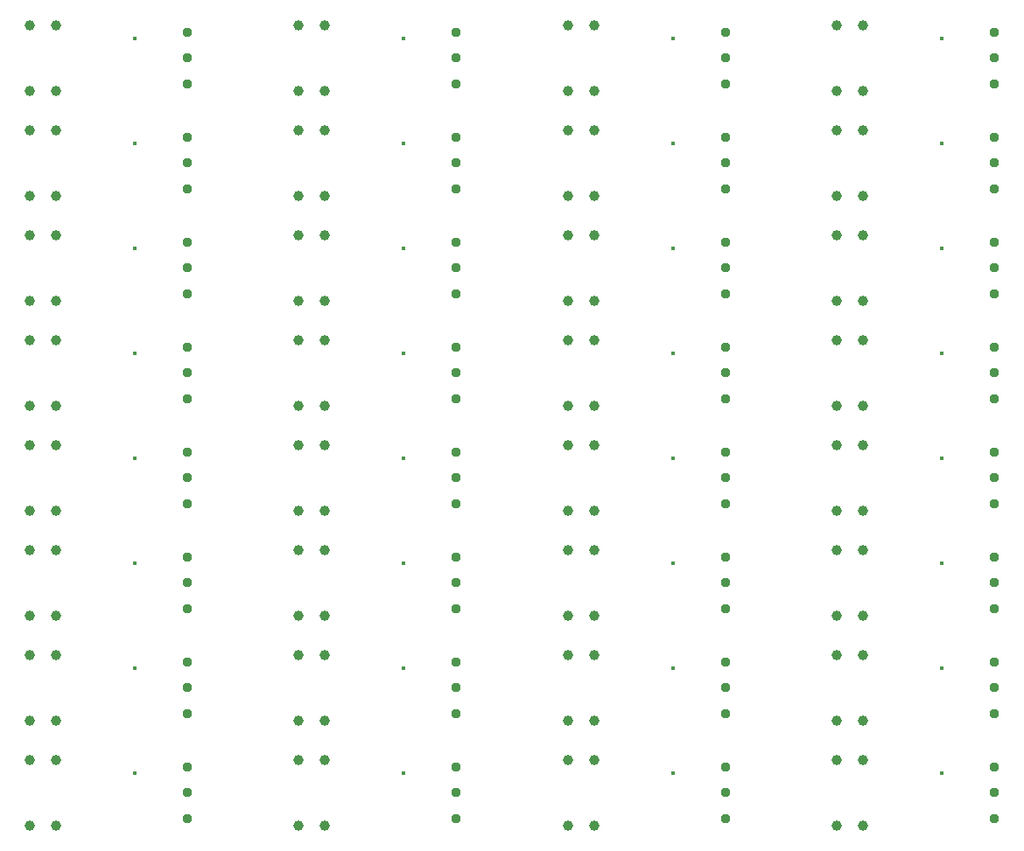
<source format=gbr>
%TF.GenerationSoftware,KiCad,Pcbnew,8.0.8*%
%TF.CreationDate,2025-02-21T18:05:02+11:00*%
%TF.ProjectId,panel,70616e65-6c2e-46b6-9963-61645f706362,rev?*%
%TF.SameCoordinates,Original*%
%TF.FileFunction,Plated,1,2,PTH,Drill*%
%TF.FilePolarity,Positive*%
%FSLAX46Y46*%
G04 Gerber Fmt 4.6, Leading zero omitted, Abs format (unit mm)*
G04 Created by KiCad (PCBNEW 8.0.8) date 2025-02-21 18:05:02*
%MOMM*%
%LPD*%
G01*
G04 APERTURE LIST*
%TA.AperFunction,ViaDrill*%
%ADD10C,0.400000*%
%TD*%
%TA.AperFunction,ComponentDrill*%
%ADD11C,0.950000*%
%TD*%
%TA.AperFunction,ComponentDrill*%
%ADD12C,1.000000*%
%TD*%
G04 APERTURE END LIST*
D10*
X115480000Y-30199500D03*
X115480000Y-40359500D03*
X115480000Y-50519500D03*
X115480000Y-60679500D03*
X115480000Y-70839500D03*
X115480000Y-80999500D03*
X115480000Y-91159500D03*
X115480000Y-101319500D03*
X141515000Y-30199500D03*
X141515000Y-40359500D03*
X141515000Y-50519500D03*
X141515000Y-60679500D03*
X141515000Y-70839500D03*
X141515000Y-80999500D03*
X141515000Y-91159500D03*
X141515000Y-101319500D03*
X167550000Y-30199500D03*
X167550000Y-40359500D03*
X167550000Y-50519500D03*
X167550000Y-60679500D03*
X167550000Y-70839500D03*
X167550000Y-80999500D03*
X167550000Y-91159500D03*
X167550000Y-101319500D03*
X193585000Y-30199500D03*
X193585000Y-40359500D03*
X193585000Y-50519500D03*
X193585000Y-60679500D03*
X193585000Y-70839500D03*
X193585000Y-80999500D03*
X193585000Y-91159500D03*
X193585000Y-101319500D03*
D11*
%TO.C,J3*%
X120560000Y-29579500D03*
X120560000Y-32079500D03*
X120560000Y-34579500D03*
X120560000Y-39739500D03*
X120560000Y-42239500D03*
X120560000Y-44739500D03*
X120560000Y-49899500D03*
X120560000Y-52399500D03*
X120560000Y-54899500D03*
X120560000Y-60059500D03*
X120560000Y-62559500D03*
X120560000Y-65059500D03*
X120560000Y-70219500D03*
X120560000Y-72719500D03*
X120560000Y-75219500D03*
X120560000Y-80379500D03*
X120560000Y-82879500D03*
X120560000Y-85379500D03*
X120560000Y-90539500D03*
X120560000Y-93039500D03*
X120560000Y-95539500D03*
X120560000Y-100699500D03*
X120560000Y-103199500D03*
X120560000Y-105699500D03*
X146595000Y-29579500D03*
X146595000Y-32079500D03*
X146595000Y-34579500D03*
X146595000Y-39739500D03*
X146595000Y-42239500D03*
X146595000Y-44739500D03*
X146595000Y-49899500D03*
X146595000Y-52399500D03*
X146595000Y-54899500D03*
X146595000Y-60059500D03*
X146595000Y-62559500D03*
X146595000Y-65059500D03*
X146595000Y-70219500D03*
X146595000Y-72719500D03*
X146595000Y-75219500D03*
X146595000Y-80379500D03*
X146595000Y-82879500D03*
X146595000Y-85379500D03*
X146595000Y-90539500D03*
X146595000Y-93039500D03*
X146595000Y-95539500D03*
X146595000Y-100699500D03*
X146595000Y-103199500D03*
X146595000Y-105699500D03*
X172630000Y-29579500D03*
X172630000Y-32079500D03*
X172630000Y-34579500D03*
X172630000Y-39739500D03*
X172630000Y-42239500D03*
X172630000Y-44739500D03*
X172630000Y-49899500D03*
X172630000Y-52399500D03*
X172630000Y-54899500D03*
X172630000Y-60059500D03*
X172630000Y-62559500D03*
X172630000Y-65059500D03*
X172630000Y-70219500D03*
X172630000Y-72719500D03*
X172630000Y-75219500D03*
X172630000Y-80379500D03*
X172630000Y-82879500D03*
X172630000Y-85379500D03*
X172630000Y-90539500D03*
X172630000Y-93039500D03*
X172630000Y-95539500D03*
X172630000Y-100699500D03*
X172630000Y-103199500D03*
X172630000Y-105699500D03*
X198665000Y-29579500D03*
X198665000Y-32079500D03*
X198665000Y-34579500D03*
X198665000Y-39739500D03*
X198665000Y-42239500D03*
X198665000Y-44739500D03*
X198665000Y-49899500D03*
X198665000Y-52399500D03*
X198665000Y-54899500D03*
X198665000Y-60059500D03*
X198665000Y-62559500D03*
X198665000Y-65059500D03*
X198665000Y-70219500D03*
X198665000Y-72719500D03*
X198665000Y-75219500D03*
X198665000Y-80379500D03*
X198665000Y-82879500D03*
X198665000Y-85379500D03*
X198665000Y-90539500D03*
X198665000Y-93039500D03*
X198665000Y-95539500D03*
X198665000Y-100699500D03*
X198665000Y-103199500D03*
X198665000Y-105699500D03*
D12*
%TO.C,J8*%
X105315000Y-28904500D03*
%TO.C,J9*%
X105315000Y-35254500D03*
%TO.C,J8*%
X105315000Y-39064500D03*
%TO.C,J9*%
X105315000Y-45414500D03*
%TO.C,J8*%
X105315000Y-49224500D03*
%TO.C,J9*%
X105315000Y-55574500D03*
%TO.C,J8*%
X105315000Y-59384500D03*
%TO.C,J9*%
X105315000Y-65734500D03*
%TO.C,J8*%
X105315000Y-69544500D03*
%TO.C,J9*%
X105315000Y-75894500D03*
%TO.C,J8*%
X105315000Y-79704500D03*
%TO.C,J9*%
X105315000Y-86054500D03*
%TO.C,J8*%
X105315000Y-89864500D03*
%TO.C,J9*%
X105315000Y-96214500D03*
%TO.C,J8*%
X105315000Y-100024500D03*
%TO.C,J9*%
X105315000Y-106374500D03*
%TO.C,J8*%
X107855000Y-28904500D03*
%TO.C,J9*%
X107855000Y-35254500D03*
%TO.C,J8*%
X107855000Y-39064500D03*
%TO.C,J9*%
X107855000Y-45414500D03*
%TO.C,J8*%
X107855000Y-49224500D03*
%TO.C,J9*%
X107855000Y-55574500D03*
%TO.C,J8*%
X107855000Y-59384500D03*
%TO.C,J9*%
X107855000Y-65734500D03*
%TO.C,J8*%
X107855000Y-69544500D03*
%TO.C,J9*%
X107855000Y-75894500D03*
%TO.C,J8*%
X107855000Y-79704500D03*
%TO.C,J9*%
X107855000Y-86054500D03*
%TO.C,J8*%
X107855000Y-89864500D03*
%TO.C,J9*%
X107855000Y-96214500D03*
%TO.C,J8*%
X107855000Y-100024500D03*
%TO.C,J9*%
X107855000Y-106374500D03*
%TO.C,J8*%
X131350000Y-28904500D03*
%TO.C,J9*%
X131350000Y-35254500D03*
%TO.C,J8*%
X131350000Y-39064500D03*
%TO.C,J9*%
X131350000Y-45414500D03*
%TO.C,J8*%
X131350000Y-49224500D03*
%TO.C,J9*%
X131350000Y-55574500D03*
%TO.C,J8*%
X131350000Y-59384500D03*
%TO.C,J9*%
X131350000Y-65734500D03*
%TO.C,J8*%
X131350000Y-69544500D03*
%TO.C,J9*%
X131350000Y-75894500D03*
%TO.C,J8*%
X131350000Y-79704500D03*
%TO.C,J9*%
X131350000Y-86054500D03*
%TO.C,J8*%
X131350000Y-89864500D03*
%TO.C,J9*%
X131350000Y-96214500D03*
%TO.C,J8*%
X131350000Y-100024500D03*
%TO.C,J9*%
X131350000Y-106374500D03*
%TO.C,J8*%
X133890000Y-28904500D03*
%TO.C,J9*%
X133890000Y-35254500D03*
%TO.C,J8*%
X133890000Y-39064500D03*
%TO.C,J9*%
X133890000Y-45414500D03*
%TO.C,J8*%
X133890000Y-49224500D03*
%TO.C,J9*%
X133890000Y-55574500D03*
%TO.C,J8*%
X133890000Y-59384500D03*
%TO.C,J9*%
X133890000Y-65734500D03*
%TO.C,J8*%
X133890000Y-69544500D03*
%TO.C,J9*%
X133890000Y-75894500D03*
%TO.C,J8*%
X133890000Y-79704500D03*
%TO.C,J9*%
X133890000Y-86054500D03*
%TO.C,J8*%
X133890000Y-89864500D03*
%TO.C,J9*%
X133890000Y-96214500D03*
%TO.C,J8*%
X133890000Y-100024500D03*
%TO.C,J9*%
X133890000Y-106374500D03*
%TO.C,J8*%
X157385000Y-28904500D03*
%TO.C,J9*%
X157385000Y-35254500D03*
%TO.C,J8*%
X157385000Y-39064500D03*
%TO.C,J9*%
X157385000Y-45414500D03*
%TO.C,J8*%
X157385000Y-49224500D03*
%TO.C,J9*%
X157385000Y-55574500D03*
%TO.C,J8*%
X157385000Y-59384500D03*
%TO.C,J9*%
X157385000Y-65734500D03*
%TO.C,J8*%
X157385000Y-69544500D03*
%TO.C,J9*%
X157385000Y-75894500D03*
%TO.C,J8*%
X157385000Y-79704500D03*
%TO.C,J9*%
X157385000Y-86054500D03*
%TO.C,J8*%
X157385000Y-89864500D03*
%TO.C,J9*%
X157385000Y-96214500D03*
%TO.C,J8*%
X157385000Y-100024500D03*
%TO.C,J9*%
X157385000Y-106374500D03*
%TO.C,J8*%
X159925000Y-28904500D03*
%TO.C,J9*%
X159925000Y-35254500D03*
%TO.C,J8*%
X159925000Y-39064500D03*
%TO.C,J9*%
X159925000Y-45414500D03*
%TO.C,J8*%
X159925000Y-49224500D03*
%TO.C,J9*%
X159925000Y-55574500D03*
%TO.C,J8*%
X159925000Y-59384500D03*
%TO.C,J9*%
X159925000Y-65734500D03*
%TO.C,J8*%
X159925000Y-69544500D03*
%TO.C,J9*%
X159925000Y-75894500D03*
%TO.C,J8*%
X159925000Y-79704500D03*
%TO.C,J9*%
X159925000Y-86054500D03*
%TO.C,J8*%
X159925000Y-89864500D03*
%TO.C,J9*%
X159925000Y-96214500D03*
%TO.C,J8*%
X159925000Y-100024500D03*
%TO.C,J9*%
X159925000Y-106374500D03*
%TO.C,J8*%
X183420000Y-28904500D03*
%TO.C,J9*%
X183420000Y-35254500D03*
%TO.C,J8*%
X183420000Y-39064500D03*
%TO.C,J9*%
X183420000Y-45414500D03*
%TO.C,J8*%
X183420000Y-49224500D03*
%TO.C,J9*%
X183420000Y-55574500D03*
%TO.C,J8*%
X183420000Y-59384500D03*
%TO.C,J9*%
X183420000Y-65734500D03*
%TO.C,J8*%
X183420000Y-69544500D03*
%TO.C,J9*%
X183420000Y-75894500D03*
%TO.C,J8*%
X183420000Y-79704500D03*
%TO.C,J9*%
X183420000Y-86054500D03*
%TO.C,J8*%
X183420000Y-89864500D03*
%TO.C,J9*%
X183420000Y-96214500D03*
%TO.C,J8*%
X183420000Y-100024500D03*
%TO.C,J9*%
X183420000Y-106374500D03*
%TO.C,J8*%
X185960000Y-28904500D03*
%TO.C,J9*%
X185960000Y-35254500D03*
%TO.C,J8*%
X185960000Y-39064500D03*
%TO.C,J9*%
X185960000Y-45414500D03*
%TO.C,J8*%
X185960000Y-49224500D03*
%TO.C,J9*%
X185960000Y-55574500D03*
%TO.C,J8*%
X185960000Y-59384500D03*
%TO.C,J9*%
X185960000Y-65734500D03*
%TO.C,J8*%
X185960000Y-69544500D03*
%TO.C,J9*%
X185960000Y-75894500D03*
%TO.C,J8*%
X185960000Y-79704500D03*
%TO.C,J9*%
X185960000Y-86054500D03*
%TO.C,J8*%
X185960000Y-89864500D03*
%TO.C,J9*%
X185960000Y-96214500D03*
%TO.C,J8*%
X185960000Y-100024500D03*
%TO.C,J9*%
X185960000Y-106374500D03*
M02*

</source>
